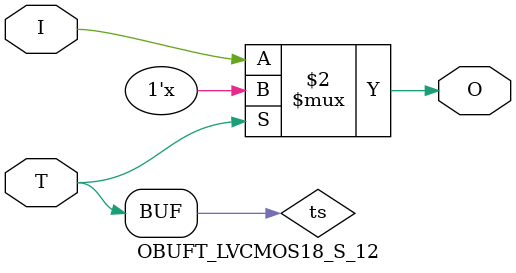
<source format=v>

/*

FUNCTION    : TRI-STATE OUTPUT BUFFER

*/

`celldefine
`timescale  100 ps / 10 ps

module OBUFT_LVCMOS18_S_12 (O, I, T);

    output O;

    input  I, T;

    or O1 (ts, 1'b0, T);
    bufif0 T1 (O, I, ts);

endmodule

</source>
